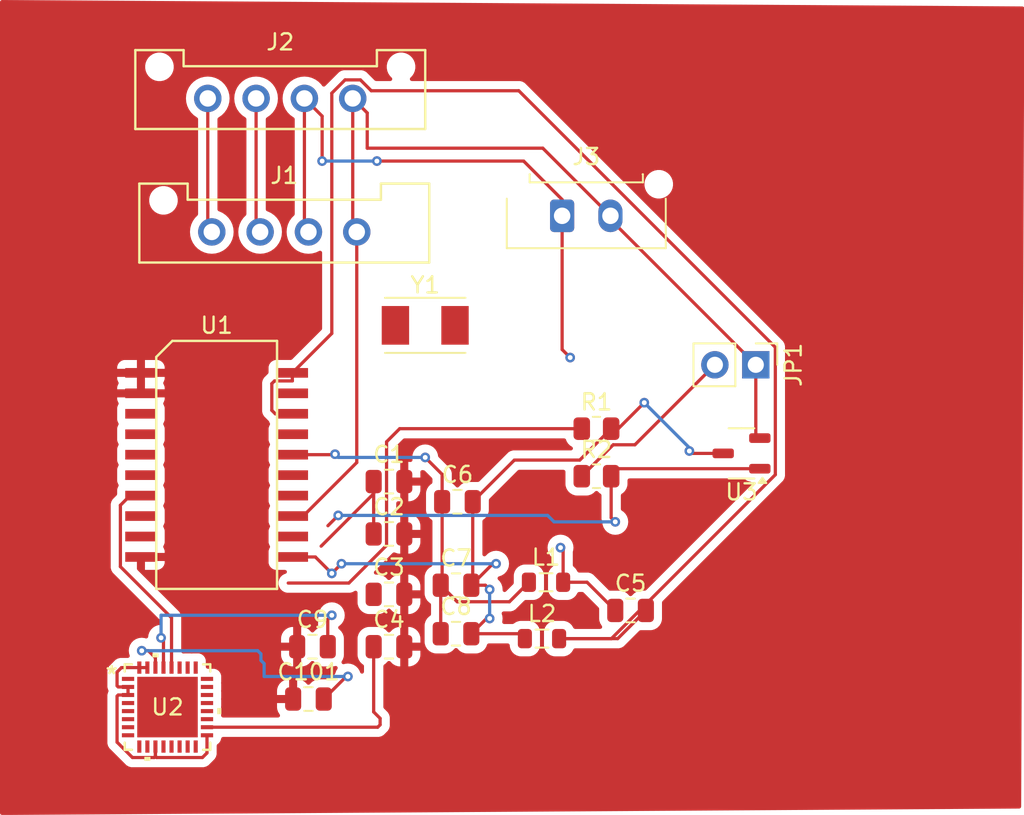
<source format=kicad_pcb>
(kicad_pcb (version 20240108) (generator "pcbnew") (generator_version "8.0")
  (layers (0 "F.Cu" signal) (31 "B.Cu" signal) (34 "B.Paste" user) (35 "F.Paste" user) (36 "B.SilkS" user "B.Silkscreen") (37 "F.SilkS" user "F.Silkscreen") (38 "B.Mask" user) (39 "F.Mask" user) (44 "Edge.Cuts" user))
  (net 0 "")
  (net 1 "GND")
  (net 2 "+5V")
  (net 3 "+3V3")
  (net 4 "Net-(U1-V_ISO_Out)")
  (net 5 "Net-(C5-Pad2)")
  (net 6 "Net-(J1-Pin_2)")
  (net 7 "Net-(J1-Pin_1)")
  (net 8 "Net-(U2-XTAL_N)")
  (net 9 "Net-(U2-XTAL_P)")
  (net 10 "/CAN_H")
  (net 11 "/CAN_L")
  (net 12 "/TERM_H")
  (net 13 "/RSlope")
  (net 14 "Net-(U1-RX)")
  (net 19 "Net-(U1-TX)")
  (net 33 "+3.3V")
  (footprint "Inductor_SMD:L_0805_2012Metric" (layer "F.Cu") (at 147.25 93.25)
    (property "Reference" "L2" (at 0 -1.55 0) (layer "F.SilkS"))
    (property "Value" "1.8k")
    (fp_line (start -0.399622 -0.56) (end 0.399622 -0.56) (stroke (width 0.12)) (layer "F.SilkS"))
    (fp_line (start -0.399622 0.56) (end 0.399622 0.56) (stroke (width 0.12)) (layer "F.SilkS"))
    (pad "1" smd roundrect (at -1.0625 0) (size 0.875 1.2) (layers "F.Cu" "F.Paste" "F.Mask") (net 6 "Net-(J1-Pin_2)"))
    (pad "2" smd roundrect (at 1.0625 0) (size 0.875 1.2) (layers "F.Cu" "F.Paste" "F.Mask") (net 5 "Net-(C5-Pad2)"))
  )
  (footprint "Capacitor_SMD:C_0805_2012Metric" (layer "F.Cu") (at 137.75 83.5)
    (property "Reference" "C1" (at 0 -1.68 0) (layer "F.SilkS"))
    (property "Value" "10uF")
    (fp_line (start -0.261252 -0.735) (end 0.261252 -0.735) (stroke (width 0.12)) (layer "F.SilkS"))
    (fp_line (start -0.261252 0.735) (end 0.261252 0.735) (stroke (width 0.12)) (layer "F.SilkS"))
    (pad "1" smd roundrect (at -0.95 0) (size 1 1.45) (layers "F.Cu" "F.Paste" "F.Mask") (net 2 "+5V"))
    (pad "2" smd roundrect (at 0.95 0) (size 1 1.45) (layers "F.Cu" "F.Paste" "F.Mask") (net 1 "GND"))
  )
  (footprint "Capacitor_SMD:C_0805_2012Metric" (layer "F.Cu") (at 137.75 86.75)
    (property "Reference" "C2" (at 0 -1.68 0) (layer "F.SilkS"))
    (property "Value" "0.1uF")
    (fp_line (start -0.261252 -0.735) (end 0.261252 -0.735) (stroke (width 0.12)) (layer "F.SilkS"))
    (fp_line (start -0.261252 0.735) (end 0.261252 0.735) (stroke (width 0.12)) (layer "F.SilkS"))
    (pad "1" smd roundrect (at -0.95 0) (size 1 1.45) (layers "F.Cu" "F.Paste" "F.Mask") (net 2 "+5V"))
    (pad "2" smd roundrect (at 0.95 0) (size 1 1.45) (layers "F.Cu" "F.Paste" "F.Mask") (net 1 "GND"))
  )
  (footprint "Resistor_SMD:R_0805_2012Metric" (layer "F.Cu") (at 150.6325 83.165)
    (property "Reference" "R2" (at 0 -1.65 0) (layer "F.SilkS"))
    (property "Value" "120")
    (fp_line (start -0.227064 -0.735) (end 0.227064 -0.735) (stroke (width 0.12)) (layer "F.SilkS"))
    (fp_line (start -0.227064 0.735) (end 0.227064 0.735) (stroke (width 0.12)) (layer "F.SilkS"))
    (pad "1" smd roundrect (at -0.9125 0) (size 1.025 1.4) (layers "F.Cu" "F.Paste" "F.Mask") (roundrect_rratio 0.243902) (net 12 "/TERM_H"))
    (pad "2" smd roundrect (at 0.9125 0) (size 1.025 1.4) (layers "F.Cu" "F.Paste" "F.Mask") (roundrect_rratio 0.243902) (net 10 "/CAN_H"))
  )
  (footprint "Capacitor_SMD:C_0805_2012Metric" (layer "F.Cu") (at 133 93.75)
    (property "Reference" "C9" (at 0 -1.68 0) (layer "F.SilkS"))
    (property "Value" "18Pf")
    (fp_line (start -0.261252 -0.735) (end 0.261252 -0.735) (stroke (width 0.12)) (layer "F.SilkS"))
    (fp_line (start -0.261252 0.735) (end 0.261252 0.735) (stroke (width 0.12)) (layer "F.SilkS"))
    (pad "1" smd roundrect (at -0.95 0) (size 1 1.45) (layers "F.Cu" "F.Paste" "F.Mask") (net 1 "GND"))
    (pad "2" smd roundrect (at 0.95 0) (size 1 1.45) (layers "F.Cu" "F.Paste" "F.Mask") (net 8 "Net-(U2-XTAL_N)"))
  )
  (footprint "Connector_PinHeader_2.54mm:PinHeader_1x02_P2.54mm_Vertical" (layer "F.Cu") (at 160.525 76.25 -90)
    (property "Reference" "JP1" (at 0 -2.33 90) (layer "F.SilkS"))
    (property "Value" "Termination Resistors")
    (fp_line (start -1.33 3.87) (end 1.33 3.87) (stroke (width 0.12)) (layer "F.SilkS"))
    (fp_line (start -1.33 1.27) (end -1.33 3.87) (stroke (width 0.12)) (layer "F.SilkS"))
    (fp_line (start -1.33 1.27) (end 1.33 1.27) (stroke (width 0.12)) (layer "F.SilkS"))
    (fp_line (start 1.33 1.27) (end 1.33 3.87) (stroke (width 0.12)) (layer "F.SilkS"))
    (fp_line (start -1.33 0) (end -1.33 -1.33) (stroke (width 0.12)) (layer "F.SilkS"))
    (fp_line (start -1.33 -1.33) (end 0 -1.33) (stroke (width 0.12)) (layer "F.SilkS"))
    (pad "1" thru_hole rect (at 0 0 270) (size 1.7 1.7) (drill 1) (layers "*.Cu" "*.Mask") (net 11 "/CAN_L"))
    (pad "2" thru_hole oval (at 0 2.54 270) (size 1.7 1.7) (drill 1) (layers "*.Cu" "*.Mask") (net 12 "/TERM_H"))
  )
  (footprint "Capacitor_SMD:C_0805_2012Metric" (layer "F.Cu") (at 141.9125 92.945)
    (property "Reference" "C8" (at 0 -1.68 0) (layer "F.SilkS"))
    (property "Value" "0.01uF")
    (fp_line (start -0.261252 -0.735) (end 0.261252 -0.735) (stroke (width 0.12)) (layer "F.SilkS"))
    (fp_line (start -0.261252 0.735) (end 0.261252 0.735) (stroke (width 0.12)) (layer "F.SilkS"))
    (pad "1" smd roundrect (at -0.95 0) (size 1 1.45) (layers "F.Cu" "F.Paste" "F.Mask") (net 7 "Net-(J1-Pin_1)"))
    (pad "2" smd roundrect (at 0.95 0) (size 1 1.45) (layers "F.Cu" "F.Paste" "F.Mask") (net 6 "Net-(J1-Pin_2)"))
  )
  (footprint "Capacitor_SMD:C_0805_2012Metric" (layer "F.Cu") (at 137.75 93.75)
    (property "Reference" "C4" (at 0 -1.68 0) (layer "F.SilkS"))
    (property "Value" "0.01uF")
    (fp_line (start -0.261252 -0.735) (end 0.261252 -0.735) (stroke (width 0.12)) (layer "F.SilkS"))
    (fp_line (start -0.261252 0.735) (end 0.261252 0.735) (stroke (width 0.12)) (layer "F.SilkS"))
    (pad "1" smd roundrect (at -0.95 0) (size 1 1.45) (layers "F.Cu" "F.Paste" "F.Mask") (net 3 "+3V3"))
    (pad "2" smd roundrect (at 0.95 0) (size 1 1.45) (layers "F.Cu" "F.Paste" "F.Mask") (net 1 "GND"))
  )
  (footprint "Capacitor_SMD:C_0805_2012Metric" (layer "F.Cu") (at 132.75 97)
    (property "Reference" "C101" (at 0 -1.68 0) (layer "F.SilkS"))
    (property "Value" "18pf")
    (fp_line (start -0.261252 -0.735) (end 0.261252 -0.735) (stroke (width 0.12)) (layer "F.SilkS"))
    (fp_line (start -0.261252 0.735) (end 0.261252 0.735) (stroke (width 0.12)) (layer "F.SilkS"))
    (pad "1" smd roundrect (at -0.95 0) (size 1 1.45) (layers "F.Cu" "F.Paste" "F.Mask") (net 1 "GND"))
    (pad "2" smd roundrect (at 0.95 0) (size 1 1.45) (layers "F.Cu" "F.Paste" "F.Mask") (net 9 "Net-(U2-XTAL_P)"))
  )
  (footprint "Capacitor_SMD:C_0805_2012Metric" (layer "F.Cu") (at 137.75 90.5)
    (property "Reference" "C3" (at 0 -1.68 0) (layer "F.SilkS"))
    (property "Value" "0.1uF")
    (fp_line (start -0.261252 -0.735) (end 0.261252 -0.735) (stroke (width 0.12)) (layer "F.SilkS"))
    (fp_line (start -0.261252 0.735) (end 0.261252 0.735) (stroke (width 0.12)) (layer "F.SilkS"))
    (pad "1" smd roundrect (at -0.95 0) (size 1 1.45) (layers "F.Cu" "F.Paste" "F.Mask") (net 3 "+3V3"))
    (pad "2" smd roundrect (at 0.95 0) (size 1 1.45) (layers "F.Cu" "F.Paste" "F.Mask") (net 1 "GND"))
  )
  (footprint "Capacitor_SMD:C_0805_2012Metric" (layer "F.Cu") (at 152.75 91.5)
    (property "Reference" "C5" (at 0 -1.68 0) (layer "F.SilkS"))
    (property "Value" "0.22uF")
    (fp_line (start -0.261252 -0.735) (end 0.261252 -0.735) (stroke (width 0.12)) (layer "F.SilkS"))
    (fp_line (start -0.261252 0.735) (end 0.261252 0.735) (stroke (width 0.12)) (layer "F.SilkS"))
    (pad "1" smd roundrect (at -0.95 0) (size 1 1.45) (layers "F.Cu" "F.Paste" "F.Mask") (net 4 "Net-(U1-V_ISO_Out)"))
    (pad "2" smd roundrect (at 0.95 0) (size 1 1.45) (layers "F.Cu" "F.Paste" "F.Mask") (net 5 "Net-(C5-Pad2)"))
  )
  (footprint "UTSVT_Connectors:Molex_MicroFit3.0_1x4xP3.00mm_PolarizingPeg_Vertical" (layer "F.Cu") (at 126.5 59.71)
    (property "Reference" "J2" (at 4.5 -3.5 0) (layer "F.SilkS"))
    (property "Value" "CAN_OUT")
    (fp_line (start -4.5 -3) (end -1.5 -3) (stroke (width 0.15)) (layer "F.SilkS"))
    (fp_line (start -4.5 1.9) (end -4.5 -3) (stroke (width 0.15)) (layer "F.SilkS"))
    (fp_line (start -1.5 -3) (end -1.5 -2) (stroke (width 0.15)) (layer "F.SilkS"))
    (fp_line (start -1.5 -2) (end 10.5 -2) (stroke (width 0.15)) (layer "F.SilkS"))
    (fp_line (start 10.5 -3) (end 13.5 -3) (stroke (width 0.15)) (layer "F.SilkS"))
    (fp_line (start 10.5 -2) (end 10.5 -3) (stroke (width 0.15)) (layer "F.SilkS"))
    (fp_line (start 13.5 -3) (end 13.5 1.9) (stroke (width 0.15)) (layer "F.SilkS"))
    (fp_line (start 13.5 1.9) (end -4.5 1.9) (stroke (width 0.15)) (layer "F.SilkS"))
    (pad "" np_thru_hole circle (at -3 -1.96) (size 1.27 1.27) (drill 1.27) (layers "*.Cu" "*.Mask"))
    (pad "" np_thru_hole circle (at 12 -1.96) (size 1.27 1.27) (drill 1.27) (layers "*.Cu" "*.Mask"))
    (pad "1" thru_hole circle (at 0 0) (size 1.7 1.7) (drill 1.02) (layers "*.Cu" "*.Mask") (net 7 "Net-(J1-Pin_1)"))
    (pad "2" thru_hole circle (at 3 0) (size 1.7 1.7) (drill 1.02) (layers "*.Cu" "*.Mask") (net 6 "Net-(J1-Pin_2)"))
    (pad "3" thru_hole circle (at 6 0) (size 1.7 1.7) (drill 1.02) (layers "*.Cu" "*.Mask") (net 10 "/CAN_H"))
    (pad "4" thru_hole circle (at 9 0) (size 1.7 1.7) (drill 1.02) (layers "*.Cu" "*.Mask") (net 11 "/CAN_L"))
  )
  (footprint "ESP32_C3:QFN32_5X5_EXP" (layer "F.Cu") (at 124 97.5)
    (property "Reference" "U2" (at 0 0 0) (layer "F.SilkS"))
    (property "Value" "ESP32-C3")
    (fp_line (start -2.6543 -2.6543) (end -2.6543 -2.209739) (stroke (width 0.1524)) (layer "F.SilkS"))
    (fp_line (start -2.6543 2.209739) (end -2.6543 2.6543) (stroke (width 0.1524)) (layer "F.SilkS"))
    (fp_line (start -2.6543 2.6543) (end -2.209739 2.6543) (stroke (width 0.1524)) (layer "F.SilkS"))
    (fp_line (start -2.209739 -2.6543) (end -2.6543 -2.6543) (stroke (width 0.1524)) (layer "F.SilkS"))
    (fp_line (start 2.209739 2.6543) (end 2.6543 2.6543) (stroke (width 0.1524)) (layer "F.SilkS"))
    (fp_line (start 2.6543 -2.6543) (end 2.209739 -2.6543) (stroke (width 0.1524)) (layer "F.SilkS"))
    (fp_line (start 2.6543 -2.209739) (end 2.6543 -2.6543) (stroke (width 0.1524)) (layer "F.SilkS"))
    (fp_line (start 2.6543 2.6543) (end 2.6543 2.209739) (stroke (width 0.1524)) (layer "F.SilkS"))
    (fp_poly (pts (xy -1.4405 3.0861) (xy -1.4405 3.3401) (xy -1.0595 3.3401) (xy -1.0595 3.0861)) (fill solid) (layer "F.SilkS"))
    (fp_poly (pts (xy -0.940501 -3.0861) (xy -0.940501 -3.3401) (xy -0.559501 -3.3401) (xy -0.559501 -3.0861)) (fill solid) (layer "F.SilkS"))
    (fp_poly (pts (xy 3.3401 0.059499) (xy 3.3401 0.4405) (xy 3.0861 0.4405) (xy 3.0861 0.059499)) (fill solid) (layer "F.SilkS"))
    (fp_text user "*" (at -3.4671 -2 0) (layer "F.SilkS"))
    (fp_text user "*" (at -3.4671 -2 0) (layer "F.SilkS"))
    (pad "1" smd rect (at -2.4511 -1.749999 90) (size 0.254 0.762) (layers "F.Cu" "F.Paste" "F.Mask"))
    (pad "2" smd rect (at -2.4511 -1.25 90) (size 0.254 0.762) (layers "F.Cu" "F.Paste" "F.Mask") (net 3 "+3V3"))
    (pad "3" smd rect (at -2.4511 -0.750001 90) (size 0.254 0.762) (layers "F.Cu" "F.Paste" "F.Mask") (net 3 "+3V3"))
    (pad "4" smd rect (at -2.4511 -0.25 90) (size 0.254 0.762) (layers "F.Cu" "F.Paste" "F.Mask"))
    (pad "5" smd rect (at -2.4511 0.25 90) (size 0.254 0.762) (layers "F.Cu" "F.Paste" "F.Mask"))
    (pad "6" smd rect (at -2.4511 0.750001 90) (size 0.254 0.762) (layers "F.Cu" "F.Paste" "F.Mask"))
    (pad "7" smd rect (at -2.4511 1.25 90) (size 0.254 0.762) (layers "F.Cu" "F.Paste" "F.Mask") (net 33 "+3.3V"))
    (pad "8" smd rect (at -2.4511 1.749999 90) (size 0.254 0.762) (layers "F.Cu" "F.Paste" "F.Mask"))
    (pad "9" smd rect (at -1.749999 2.4511) (size 0.254 0.762) (layers "F.Cu" "F.Paste" "F.Mask"))
    (pad "10" smd rect (at -1.25 2.4511) (size 0.254 0.762) (layers "F.Cu" "F.Paste" "F.Mask"))
    (pad "11" smd rect (at -0.750001 2.4511) (size 0.254 0.762) (layers "F.Cu" "F.Paste" "F.Mask") (net 3 "+3V3"))
    (pad "12" smd rect (at -0.25 2.4511) (size 0.254 0.762) (layers "F.Cu" "F.Paste" "F.Mask"))
    (pad "13" smd rect (at 0.25 2.4511) (size 0.254 0.762) (layers "F.Cu" "F.Paste" "F.Mask"))
    (pad "14" smd rect (at 0.750001 2.4511) (size 0.254 0.762) (layers "F.Cu" "F.Paste" "F.Mask"))
    (pad "15" smd rect (at 1.25 2.4511) (size 0.254 0.762) (layers "F.Cu" "F.Paste" "F.Mask"))
    (pad "16" smd rect (at 1.749999 2.4511) (size 0.254 0.762) (layers "F.Cu" "F.Paste" "F.Mask"))
    (pad "17" smd rect (at 2.4511 1.749999 90) (size 0.254 0.762) (layers "F.Cu" "F.Paste" "F.Mask") (net 3 "+3V3"))
    (pad "18" smd rect (at 2.4511 1.25 90) (size 0.254 0.762) (layers "F.Cu" "F.Paste" "F.Mask") (net 3 "+3V3"))
    (pad "19" smd rect (at 2.4511 0.750001 90) (size 0.254 0.762) (layers "F.Cu" "F.Paste" "F.Mask"))
    (pad "20" smd rect (at 2.4511 0.25 90) (size 0.254 0.762) (layers "F.Cu" "F.Paste" "F.Mask"))
    (pad "21" smd rect (at 2.4511 -0.25 90) (size 0.254 0.762) (layers "F.Cu" "F.Paste" "F.Mask"))
    (pad "22" smd rect (at 2.4511 -0.750001 90) (size 0.254 0.762) (layers "F.Cu" "F.Paste" "F.Mask"))
    (pad "23" smd rect (at 2.4511 -1.25 90) (size 0.254 0.762) (layers "F.Cu" "F.Paste" "F.Mask"))
    (pad "24" smd rect (at 2.4511 -1.749999 90) (size 0.254 0.762) (layers "F.Cu" "F.Paste" "F.Mask"))
    (pad "25" smd rect (at 1.749999 -2.4511) (size 0.254 0.762) (layers "F.Cu" "F.Paste" "F.Mask"))
    (pad "26" smd rect (at 1.25 -2.4511) (size 0.254 0.762) (layers "F.Cu" "F.Paste" "F.Mask"))
    (pad "27" smd rect (at 0.750001 -2.4511) (size 0.254 0.762) (layers "F.Cu" "F.Paste" "F.Mask") (net 14 "Net-(U1-RX)"))
    (pad "28" smd rect (at 0.25 -2.4511) (size 0.254 0.762) (layers "F.Cu" "F.Paste" "F.Mask") (net 19 "Net-(U1-TX)"))
    (pad "29" smd rect (at -0.25 -2.4511) (size 0.254 0.762) (layers "F.Cu" "F.Paste" "F.Mask") (net 8 "Net-(U2-XTAL_N)"))
    (pad "30" smd rect (at -0.750001 -2.4511) (size 0.254 0.762) (layers "F.Cu" "F.Paste" "F.Mask") (net 9 "Net-(U2-XTAL_P)"))
    (pad "31" smd rect (at -1.25 -2.4511) (size 0.254 0.762) (layers "F.Cu" "F.Paste" "F.Mask") (net 3 "+3V3"))
    (pad "32" smd rect (at -1.749999 -2.4511) (size 0.254 0.762) (layers "F.Cu" "F.Paste" "F.Mask") (net 3 "+3V3"))
    (pad "33" smd rect (at 0 0) (size 3.7592 3.7592) (layers "F.Cu" "F.Paste" "F.Mask") (net 1 "GND"))
  )
  (footprint "Crystal:Crystal_SMD_TXC_7A-2Pin_5x3.2mm" (layer "F.Cu") (at 140 73.8)
    (property "Reference" "Y1" (at 0 -2.5 0) (layer "F.SilkS"))
    (property "Value" "Crystal")
    (fp_line (start -2.5 -1.71) (end 2.5 -1.71) (stroke (width 0.12)) (layer "F.SilkS"))
    (fp_line (start -2.5 1.71) (end 2.5 1.71) (stroke (width 0.12)) (layer "F.SilkS"))
    (pad "1" smd rect (at -1.85 0) (size 1.7 2.4) (layers "F.Cu" "F.Paste" "F.Mask"))
    (pad "2" smd rect (at 1.85 0) (size 1.7 2.4) (layers "F.Cu" "F.Paste" "F.Mask"))
  )
  (footprint "Inductor_SMD:L_0805_2012Metric" (layer "F.Cu") (at 147.5 89.75)
    (property "Reference" "L1" (at 0 -1.55 0) (layer "F.SilkS"))
    (property "Value" "1.8k")
    (fp_line (start -0.399622 -0.56) (end 0.399622 -0.56) (stroke (width 0.12)) (layer "F.SilkS"))
    (fp_line (start -0.399622 0.56) (end 0.399622 0.56) (stroke (width 0.12)) (layer "F.SilkS"))
    (pad "1" smd roundrect (at -1.0625 0) (size 0.875 1.2) (layers "F.Cu" "F.Paste" "F.Mask") (net 7 "Net-(J1-Pin_1)"))
    (pad "2" smd roundrect (at 1.0625 0) (size 0.875 1.2) (layers "F.Cu" "F.Paste" "F.Mask") (net 4 "Net-(U1-V_ISO_Out)"))
  )
  (footprint "Capacitor_SMD:C_0805_2012Metric" (layer "F.Cu") (at 142 84.75)
    (property "Reference" "C6" (at 0 -1.68 0) (layer "F.SilkS"))
    (property "Value" "10uF")
    (fp_line (start -0.261252 -0.735) (end 0.261252 -0.735) (stroke (width 0.12)) (layer "F.SilkS"))
    (fp_line (start -0.261252 0.735) (end 0.261252 0.735) (stroke (width 0.12)) (layer "F.SilkS"))
    (pad "1" smd roundrect (at -0.95 0) (size 1 1.45) (layers "F.Cu" "F.Paste" "F.Mask") (net 7 "Net-(J1-Pin_1)"))
    (pad "2" smd roundrect (at 0.95 0) (size 1 1.45) (layers "F.Cu" "F.Paste" "F.Mask") (net 6 "Net-(J1-Pin_2)"))
  )
  (footprint "Resistor_SMD:R_0805_2012Metric" (layer "F.Cu") (at 150.6325 80.215)
    (property "Reference" "R1" (at 0 -1.65 0) (layer "F.SilkS"))
    (property "Value" "0")
    (fp_line (start -0.227064 -0.735) (end 0.227064 -0.735) (stroke (width 0.12)) (layer "F.SilkS"))
    (fp_line (start -0.227064 0.735) (end 0.227064 0.735) (stroke (width 0.12)) (layer "F.SilkS"))
    (pad "1" smd roundrect (at -0.9125 0) (size 1.025 1.4) (layers "F.Cu" "F.Paste" "F.Mask") (roundrect_rratio 0.243902) (net 13 "/RSlope"))
    (pad "2" smd roundrect (at 0.9125 0) (size 1.025 1.4) (layers "F.Cu" "F.Paste" "F.Mask") (roundrect_rratio 0.243902) (net 6 "Net-(J1-Pin_2)"))
  )
  (footprint "UTSVT_ICs:SOIC-20W_7.5x15.4mm_Pitch1.27mm" (layer "F.Cu") (at 127.05 82.465)
    (property "Reference" "U1" (at 0 -8.6614 0) (layer "F.SilkS"))
    (property "Value" "ADM3055E")
    (fp_line (start -3.75 -6.7) (end -2.75 -7.7) (stroke (width 0.15)) (layer "F.SilkS"))
    (fp_line (start -3.75 7.7) (end -3.75 -6.7) (stroke (width 0.15)) (layer "F.SilkS"))
    (fp_line (start -2.75 -7.7) (end 3.75 -7.7) (stroke (width 0.15)) (layer "F.SilkS"))
    (fp_line (start 3.75 -7.7) (end 3.75 7.7) (stroke (width 0.15)) (layer "F.SilkS"))
    (fp_line (start 3.75 7.7) (end -3.75 7.7) (stroke (width 0.15)) (layer "F.SilkS"))
    (pad "1" smd rect (at -4.7 -5.715) (size 1.95 0.6) (layers "F.Cu" "F.Paste" "F.Mask") (net 1 "GND"))
    (pad "2" smd rect (at -4.7 -4.445) (size 1.95 0.6) (layers "F.Cu" "F.Paste" "F.Mask") (net 1 "GND"))
    (pad "3" smd rect (at -4.7 -3.175) (size 1.95 0.6) (layers "F.Cu" "F.Paste" "F.Mask") (net 2 "+5V"))
    (pad "4" smd rect (at -4.7 -1.905) (size 1.95 0.6) (layers "F.Cu" "F.Paste" "F.Mask") (net 3 "+3V3"))
    (pad "5" smd rect (at -4.7 -0.635) (size 1.95 0.6) (layers "F.Cu" "F.Paste" "F.Mask") (net 14 "Net-(U1-RX)"))
    (pad "6" smd rect (at -4.7 0.635) (size 1.95 0.6) (layers "F.Cu" "F.Paste" "F.Mask"))
    (pad "7" smd rect (at -4.7 1.905) (size 1.95 0.6) (layers "F.Cu" "F.Paste" "F.Mask") (net 19 "Net-(U1-TX)"))
    (pad "8" smd rect (at -4.7 3.175) (size 1.95 0.6) (layers "F.Cu" "F.Paste" "F.Mask"))
    (pad "9" smd rect (at -4.7 4.445) (size 1.95 0.6) (layers "F.Cu" "F.Paste" "F.Mask"))
    (pad "10" smd rect (at -4.7 5.715) (size 1.95 0.6) (layers "F.Cu" "F.Paste" "F.Mask") (net 1 "GND"))
    (pad "11" smd rect (at 4.7 5.715) (size 1.95 0.6) (layers "F.Cu" "F.Paste" "F.Mask") (net 6 "Net-(J1-Pin_2)"))
    (pad "12" smd rect (at 4.7 4.445) (size 1.95 0.6) (layers "F.Cu" "F.Paste" "F.Mask") (net 13 "/RSlope"))
    (pad "13" smd rect (at 4.7 3.175) (size 1.95 0.6) (layers "F.Cu" "F.Paste" "F.Mask") (net 11 "/CAN_L"))
    (pad "14" smd rect (at 4.7 1.905) (size 1.95 0.6) (layers "F.Cu" "F.Paste" "F.Mask") (net 10 "/CAN_H"))
    (pad "15" smd rect (at 4.7 0.635) (size 1.95 0.6) (layers "F.Cu" "F.Paste" "F.Mask") (net 6 "Net-(J1-Pin_2)"))
    (pad "16" smd rect (at 4.7 -0.635) (size 1.95 0.6) (layers "F.Cu" "F.Paste" "F.Mask") (net 7 "Net-(J1-Pin_1)"))
    (pad "17" smd rect (at 4.7 -1.905) (size 1.95 0.6) (layers "F.Cu" "F.Paste" "F.Mask"))
    (pad "18" smd rect (at 4.7 -3.175) (size 1.95 0.6) (layers "F.Cu" "F.Paste" "F.Mask") (net 5 "Net-(C5-Pad2)"))
    (pad "19" smd rect (at 4.7 -4.445) (size 1.95 0.6) (layers "F.Cu" "F.Paste" "F.Mask") (net 4 "Net-(U1-V_ISO_Out)"))
    (pad "20" smd rect (at 4.7 -5.715) (size 1.95 0.6) (layers "F.Cu" "F.Paste" "F.Mask") (net 5 "Net-(C5-Pad2)"))
  )
  (footprint "UTSVT_Connectors:Molex_MicroFit3.0_1x4xP3.00mm_PolarizingPeg_Vertical" (layer "F.Cu") (at 126.75 68)
    (property "Reference" "J1" (at 4.5 -3.5 0) (layer "F.SilkS"))
    (property "Value" "CAN_IN")
    (fp_line (start -4.5 -3) (end -1.5 -3) (stroke (width 0.15)) (layer "F.SilkS"))
    (fp_line (start -4.5 1.9) (end -4.5 -3) (stroke (width 0.15)) (layer "F.SilkS"))
    (fp_line (start -1.5 -3) (end -1.5 -2) (stroke (width 0.15)) (layer "F.SilkS"))
    (fp_line (start -1.5 -2) (end 10.5 -2) (stroke (width 0.15)) (layer "F.SilkS"))
    (fp_line (start 10.5 -3) (end 13.5 -3) (stroke (width 0.15)) (layer "F.SilkS"))
    (fp_line (start 10.5 -2) (end 10.5 -3) (stroke (width 0.15)) (layer "F.SilkS"))
    (fp_line (start 13.5 -3) (end 13.5 1.9) (stroke (width 0.15)) (layer "F.SilkS"))
    (fp_line (start 13.5 1.9) (end -4.5 1.9) (stroke (width 0.15)) (layer "F.SilkS"))
    (pad "" np_thru_hole circle (at -3 -1.96) (size 1.27 1.27) (drill 1.27) (layers "*.Cu" "*.Mask"))
    (pad "" np_thru_hole circle (at 12 -1.96) (size 1.27 1.27) (drill 1.27) (layers "*.Cu" "*.Mask"))
    (pad "1" thru_hole circle (at 0 0) (size 1.7 1.7) (drill 1.02) (layers "*.Cu" "*.Mask") (net 7 "Net-(J1-Pin_1)"))
    (pad "2" thru_hole circle (at 3 0) (size 1.7 1.7) (drill 1.02) (layers "*.Cu" "*.Mask") (net 6 "Net-(J1-Pin_2)"))
    (pad "3" thru_hole circle (at 6 0) (size 1.7 1.7) (drill 1.02) (layers "*.Cu" "*.Mask") (net 10 "/CAN_H"))
    (pad "4" thru_hole circle (at 9 0) (size 1.7 1.7) (drill 1.02) (layers "*.Cu" "*.Mask") (net 11 "/CAN_L"))
  )
  (footprint "Package_TO_SOT_SMD:SOT-23-3" (layer "F.Cu") (at 159.6375 81.75 180)
    (property "Reference" "U3" (at 0 -2.4 0) (layer "F.SilkS"))
    (property "Value" "CDSOT23-T24CAN")
    (fp_line (start 0 1.56) (end 0.8 1.56) (stroke (width 0.12)) (layer "F.SilkS"))
    (fp_line (start 0 1.56) (end -0.8 1.56) (stroke (width 0.12)) (layer "F.SilkS"))
    (fp_line (start 0 -1.56) (end 0.8 -1.56) (stroke (width 0.12)) (layer "F.SilkS"))
    (fp_line (start 0 -1.56) (end -0.8 -1.56) (stroke (width 0.12)) (layer "F.SilkS"))
    (fp_poly (pts (xy -1.3 -1.51) (xy -1.54 -1.84) (xy -1.06 -1.84) (xy -1.3 -1.51)) (stroke (width 0.12)) (fill solid) (layer "F.SilkS"))
    (pad "1" smd roundrect (at -1.1375 -0.95 180) (size 1.325 0.6) (layers "F.Cu" "F.Paste" "F.Mask") (net 10 "/CAN_H"))
    (pad "2" smd roundrect (at -1.1375 0.95 180) (size 1.325 0.6) (layers "F.Cu" "F.Paste" "F.Mask") (net 11 "/CAN_L"))
    (pad "3" smd roundrect (at 1.1375 0 180) (size 1.325 0.6) (layers "F.Cu" "F.Paste" "F.Mask") (net 6 "Net-(J1-Pin_2)"))
  )
  (footprint "Capacitor_SMD:C_0805_2012Metric" (layer "F.Cu") (at 141.9125 89.935)
    (property "Reference" "C7" (at 0 -1.68 0) (layer "F.SilkS"))
    (property "Value" "0.1uF")
    (fp_line (start -0.261252 -0.735) (end 0.261252 -0.735) (stroke (width 0.12)) (layer "F.SilkS"))
    (fp_line (start -0.261252 0.735) (end 0.261252 0.735) (stroke (width 0.12)) (layer "F.SilkS"))
    (pad "1" smd roundrect (at -0.95 0) (size 1 1.45) (layers "F.Cu" "F.Paste" "F.Mask") (net 7 "Net-(J1-Pin_1)"))
    (pad "2" smd roundrect (at 0.95 0) (size 1 1.45) (layers "F.Cu" "F.Paste" "F.Mask") (net 6 "Net-(J1-Pin_2)"))
  )
  (footprint "Connector_Molex:Molex_Micro-Fit_3.0_43650-0215_1x02_P3.00mm_Vertical" (layer "F.Cu") (at 148.5 67)
    (property "Reference" "J3" (at 1.5 -3.67 0) (layer "F.SilkS"))
    (property "Value" "CAN_DB9")
    (fp_line (start -3.435 -1.065) (end -3.435 2.01) (stroke (width 0.12)) (layer "F.SilkS"))
    (fp_line (start -3.435 2.01) (end 6.435 2.01) (stroke (width 0.12)) (layer "F.SilkS"))
    (fp_line (start -2.015 -2.58) (end -2.015 -2.08) (stroke (width 0.12)) (layer "F.SilkS"))
    (fp_line (start -2.015 -2.08) (end 5.015 -2.08) (stroke (width 0.12)) (layer "F.SilkS"))
    (fp_line (start -1.995 -2.58) (end -2.015 -2.58) (stroke (width 0.12)) (layer "F.SilkS"))
    (fp_line (start 5.015 -2.58) (end 4.995 -2.58) (stroke (width 0.12)) (layer "F.SilkS"))
    (fp_line (start 5.015 -2.08) (end 5.015 -2.58) (stroke (width 0.12)) (layer "F.SilkS"))
    (fp_line (start 6.435 2.01) (end 6.435 -1.065) (stroke (width 0.12)) (layer "F.SilkS"))
    (pad "" np_thru_hole circle (at -3 -1.96) (size 1.27 1.27) (drill 1.27) (layers "*.Cu" "*.Mask"))
    (pad "" np_thru_hole circle (at 6 -1.96) (size 1.27 1.27) (drill 1.27) (layers "*.Cu" "*.Mask"))
    (pad "1" thru_hole roundrect (at 0 0) (size 1.5 2.02) (drill 1.02) (layers "*.Cu" "*.Mask") (roundrect_rratio 0.166667) (net 10 "/CAN_H"))
    (pad "2" thru_hole oval (at 3 0) (size 1.5 2.02) (drill 1.02) (layers "*.Cu" "*.Mask") (net 11 "/CAN_L"))
  )
  (segment (start 136.8 84.248529) (end 136.8 83.5) (width 0.2) (layer "F.Cu") (net 2))
  (segment (start 136.8 83.5) (end 136.8 86.75) (width 0.2) (layer "F.Cu") (net 2))
  (segment (start 133.538529 87.51) (end 136.8 84.248529) (width 0.2) (layer "F.Cu") (net 2))
  (segment (start 137.05 98.75) (end 137.2 98.6) (width 0.2) (layer "F.Cu") (net 3))
  (segment (start 121.675 80.56) (end 122.35 80.56) (width 0.2) (layer "F.Cu") (net 3))
  (segment (start 120.940901 96.749999) (end 120.8679 96.823) (width 0.2) (layer "F.Cu") (net 3))
  (segment (start 120.8679 99.676999) (end 121.823001 100.6321) (width 0.2) (layer "F.Cu") (net 3))
  (segment (start 120.8679 95.323001) (end 121.142001 95.0489) (width 0.2) (layer "F.Cu") (net 3))
  (segment (start 123.177 100.6321) (end 123.249999 100.559101) (width 0.2) (layer "F.Cu") (net 3))
  (segment (start 121.5489 96.749999) (end 120.940901 96.749999) (width 0.2) (layer "F.Cu") (net 3))
  (segment (start 123.249999 99.9511) (end 123.249999 100.559099) (width 0.2) (layer "F.Cu") (net 3))
  (segment (start 123.249999 100.559099) (end 123.323 100.6321) (width 0.2) (layer "F.Cu") (net 3))
  (segment (start 123.249999 100.559101) (end 123.249999 99.9511) (width 0.2) (layer "F.Cu") (net 3))
  (segment (start 120.940899 96.25) (end 120.8679 96.177001) (width 0.2) (layer "F.Cu") (net 3))
  (segment (start 121.5489 96.749999) (end 121.5489 96.25) (width 0.2) (layer "F.Cu") (net 3))
  (segment (start 121.142001 95.0489) (end 122.250001 95.0489) (width 0.2) (layer "F.Cu") (net 3))
  (segment (start 120.8679 96.823) (end 120.8679 99.676999) (width 0.2) (layer "F.Cu") (net 3))
  (segment (start 126.4511 98.75) (end 137.05 98.75) (width 0.2) (layer "F.Cu") (net 3))
  (segment (start 121.823001 100.6321) (end 123.177 100.6321) (width 0.2) (layer "F.Cu") (net 3))
  (segment (start 121.5489 96.25) (end 120.940899 96.25) (width 0.2) (layer "F.Cu") (net 3))
  (segment (start 137.2 98.6) (end 137.2 98.2) (width 0.2) (layer "F.Cu") (net 3))
  (segment (start 137.2 98.2) (end 136.8 97.8) (width 0.2) (layer "F.Cu") (net 3))
  (segment (start 122.250001 95.0489) (end 122.75 95.0489) (width 0.2) (layer "F.Cu") (net 3))
  (segment (start 126.4511 100.3489) (end 126.4511 99.249999) (width 0.2) (layer "F.Cu") (net 3))
  (segment (start 126.1679 100.6321) (end 126.4511 100.3489) (width 0.2) (layer "F.Cu") (net 3))
  (segment (start 136.8 97.8) (end 136.8 93.75) (width 0.2) (layer "F.Cu") (net 3))
  (segment (start 123.323 100.6321) (end 126.1679 100.6321) (width 0.2) (layer "F.Cu") (net 3))
  (segment (start 120.8679 96.177001) (end 120.8679 95.323001) (width 0.2) (layer "F.Cu") (net 3))
  (segment (start 151.8 91.5) (end 150.05 89.75) (width 0.2) (layer "F.Cu") (net 4))
  (segment (start 148.4 87.6) (end 148.5625 87.7625) (width 0.2) (layer "F.Cu") (net 4))
  (segment (start 150.05 89.75) (end 148.5625 89.75) (width 0.2) (layer "F.Cu") (net 4))
  (segment (start 148.5625 87.7625) (end 148.5625 89.75) (width 0.2) (layer "F.Cu") (net 4))
  (via (at 148.4 87.6) (size 0.6) (drill 0.3) (layers "F.Cu" "B.Cu") (net 4))
  (segment (start 130.475 77.42) (end 130.475 79.075) (width 0.2) (layer "F.Cu") (net 5))
  (segment (start 151.95 93.25) (end 153.7 91.5) (width 0.2) (layer "F.Cu") (net 5))
  (segment (start 130.475 79.075) (end 130.69 79.29) (width 0.2) (layer "F.Cu") (net 5))
  (segment (start 130.645 77.25) (end 130.475 77.42) (width 0.2) (layer "F.Cu") (net 5))
  (segment (start 135.023654 58.56) (end 134.2 59.383654) (width 0.2) (layer "F.Cu") (net 5))
  (segment (start 161.7375 83.072244) (end 161.7375 75.1625) (width 0.2) (layer "F.Cu") (net 5))
  (segment (start 131.75 77.25) (end 130.645 77.25) (width 0.2) (layer "F.Cu") (net 5))
  (segment (start 134.2 59.383654) (end 134.2 74.3) (width 0.2) (layer "F.Cu") (net 5))
  (segment (start 131.75 76.75) (end 131.75 77.25) (width 0.2) (layer "F.Cu") (net 5))
  (segment (start 148.3125 93.25) (end 151.559744 93.25) (width 0.2) (layer "F.Cu") (net 5))
  (segment (start 148.3125 93.25) (end 151.95 93.25) (width 0.2) (layer "F.Cu") (net 5))
  (segment (start 145.808654 59.233654) (end 136.65 59.233654) (width 0.2) (layer "F.Cu") (net 5))
  (segment (start 136.65 59.233654) (end 135.976346 58.56) (width 0.2) (layer "F.Cu") (net 5))
  (segment (start 135.976346 58.56) (end 135.023654 58.56) (width 0.2) (layer "F.Cu") (net 5))
  (segment (start 130.69 79.29) (end 131.75 79.29) (width 0.2) (layer "F.Cu") (net 5))
  (segment (start 151.559744 93.25) (end 161.7375 83.072244) (width 0.2) (layer "F.Cu") (net 5))
  (segment (start 134.2 74.3) (end 131.75 76.75) (width 0.2) (layer "F.Cu") (net 5))
  (segment (start 161.7375 75.1625) (end 145.808654 59.233654) (width 0.2) (layer "F.Cu") (net 5))
  (segment (start 149.595 82.165) (end 145.535 82.165) (width 0.2) (layer "F.Cu") (net 6))
  (segment (start 151.545 80.215) (end 151.985 80.215) (width 0.2) (layer "F.Cu") (net 6))
  (segment (start 133.18 88.18) (end 134.2 89.2) (width 0.2) (layer "F.Cu") (net 6))
  (segment (start 151.545 80.215) (end 149.595 82.165) (width 0.2) (layer "F.Cu") (net 6))
  (segment (start 156.4 81.6) (end 156.55 81.75) (width 0.2) (layer "F.Cu") (net 6))
  (segment (start 151.985 80.215) (end 153.6 78.6) (width 0.2) (layer "F.Cu") (net 6))
  (segment (start 144.1975 88.6) (end 142.8625 89.935) (width 0.2) (layer "F.Cu") (net 6))
  (segment (start 145.8825 92.945) (end 146.1875 93.25) (width 0.2) (layer "F.Cu") (net 6))
  (segment (start 144 92) (end 143.8075 92) (width 0.2) (layer "F.Cu") (net 6))
  (segment (start 143.8075 92) (end 142.8625 92.945) (width 0.2) (layer "F.Cu") (net 6))
  (segment (start 142.8625 92.945) (end 145.8825 92.945) (width 0.2) (layer "F.Cu") (net 6))
  (segment (start 131.75 88.18) (end 133.18 88.18) (width 0.2) (layer "F.Cu") (net 6))
  (segment (start 156.55 81.75) (end 158.5 81.75) (width 0.2) (layer "F.Cu") (net 6))
  (segment (start 142.95 89.8475) (end 142.8625 89.935) (width 0.2) (layer "F.Cu") (net 6))
  (segment (start 134.2 89.2) (end 134.8 88.6) (width 0.2) (layer "F.Cu") (net 6))
  (segment (start 144.4 88.6) (end 144.1975 88.6) (width 0.2) (layer "F.Cu") (net 6))
  (segment (start 142.95 84.75) (end 142.95 89.8475) (width 0.2) (layer "F.Cu") (net 6))
  (segment (start 142.8625 89.935) (end 143.735 89.935) (width 0.2) (layer "F.Cu") (net 6))
  (segment (start 129.5 59.71) (end 129.5 68.1) (width 0.2) (layer "F.Cu") (net 6))
  (segment (start 143.735 89.935) (end 144 90.2) (width 0.2) (layer "F.Cu") (net 6))
  (segment (start 145.535 82.165) (end 142.95 84.75) (width 0.2) (layer "F.Cu") (net 6))
  (segment (start 132.355 83.1) (end 131.75 83.1) (width 0.2) (layer "F.Cu") (net 6))
  (via (at 144.4 88.6) (size 0.6) (drill 0.3) (layers "F.Cu" "B.Cu") (net 6))
  (via (at 144 92) (size 0.6) (drill 0.3) (layers "F.Cu" "B.Cu") (net 6))
  (via (at 153.6 78.6) (size 0.6) (drill 0.3) (layers "F.Cu" "B.Cu") (net 6))
  (via (at 156.4 81.6) (size 0.6) (drill 0.3) (layers "F.Cu" "B.Cu") (net 6))
  (via (at 134.8 88.6) (size 0.6) (drill 0.3) (layers "F.Cu" "B.Cu") (net 6))
  (via (at 144 90.2) (size 0.6) (drill 0.3) (layers "F.Cu" "B.Cu") (net 6))
  (via (at 134.2 89.2) (size 0.6) (drill 0.3) (layers "F.Cu" "B.Cu") (net 6))
  (segment (start 153.6 78.6) (end 156.4 81.4) (width 0.2) (layer "B.Cu") (net 6))
  (segment (start 156.4 81.4) (end 156.4 81.6) (width 0.2) (layer "B.Cu") (net 6))
  (segment (start 134.8 88.6) (end 144.4 88.6) (width 0.2) (layer "B.Cu") (net 6))
  (segment (start 144 90.2) (end 144 92) (width 0.2) (layer "B.Cu") (net 6))
  (segment (start 134.2 89.2) (end 134 89) (width 0.2) (layer "B.Cu") (net 6))
  (segment (start 140.9625 89.935) (end 141.9875 90.96) (width 0.2) (layer "F.Cu") (net 7))
  (segment (start 141.05 89.8475) (end 140.9625 89.935) (width 0.2) (layer "F.Cu") (net 7))
  (segment (start 141.05 83.05) (end 140 82) (width 0.2) (layer "F.Cu") (net 7))
  (segment (start 126.5 59.71) (end 126.5 67.75) (width 0.2) (layer "F.Cu") (net 7))
  (segment (start 131.145 81.83) (end 131.75 81.83) (width 0.2) (layer "F.Cu") (net 7))
  (segment (start 141.9875 90.96) (end 145.2275 90.96) (width 0.2) (layer "F.Cu") (net 7))
  (segment (start 134.37 81.83) (end 131.75 81.83) (width 0.2) (layer "F.Cu") (net 7))
  (segment (start 126.5 67.75) (end 126.75 68) (width 0.2) (layer "F.Cu") (net 7))
  (segment (start 134.4 81.8) (end 134.37 81.83) (width 0.2) (layer "F.Cu") (net 7))
  (segment (start 141.05 84.75) (end 141.05 83.05) (width 0.2) (layer "F.Cu") (net 7))
  (segment (start 145.2275 90.96) (end 146.4375 89.75) (width 0.2) (layer "F.Cu") (net 7))
  (segment (start 141.05 84.75) (end 141.05 89.8475) (width 0.2) (layer "F.Cu") (net 7))
  (segment (start 140.9625 89.935) (end 140.9625 92.945) (width 0.2) (layer "F.Cu") (net 7))
  (via (at 134.4 81.8) (size 0.6) (drill 0.3) (layers "F.Cu" "B.Cu") (net 7))
  (via (at 140 82) (size 0.6) (drill 0.3) (layers "F.Cu" "B.Cu") (net 7))
  (segment (start 134.6 82) (end 134.4 81.8) (width 0.2) (layer "B.Cu") (net 7))
  (segment (start 140 82) (end 134.6 82) (width 0.2) (layer "B.Cu") (net 7))
  (segment (start 133.95 92.05) (end 133.95 93.75) (width 0.2) (layer "F.Cu") (net 8))
  (segment (start 123.75 95.0489) (end 123.75 93.35) (width 0.2) (layer "F.Cu") (net 8))
  (segment (start 134.2 91.8) (end 133.95 92.05) (width 0.2) (layer "F.Cu") (net 8))
  (segment (start 123.75 93.35) (end 123.6 93.2) (width 0.2) (layer "F.Cu") (net 8))
  (via (at 134.2 91.8) (size 0.6) (drill 0.3) (layers "F.Cu" "B.Cu") (net 8))
  (via (at 123.6 93.2) (size 0.6) (drill 0.3) (layers "F.Cu" "B.Cu") (net 8))
  (segment (start 123.6 91.8) (end 134.2 91.8) (width 0.2) (layer "B.Cu") (net 8))
  (segment (start 123.6 93.2) (end 123.6 91.8) (width 0.2) (layer "B.Cu") (net 8))
  (segment (start 123.249999 95.0489) (end 123.249999 94.440899) (width 0.2) (layer "F.Cu") (net 9))
  (segment (start 122.8091 94) (end 122.4 94) (width 0.2) (layer "F.Cu") (net 9))
  (segment (start 135.1 95.6) (end 133.7 97) (width 0.2) (layer "F.Cu") (net 9))
  (segment (start 123.249999 94.440899) (end 122.8091 94) (width 0.2) (layer "F.Cu") (net 9))
  (segment (start 135.2 95.6) (end 135.1 95.6) (width 0.2) (layer "F.Cu") (net 9))
  (via (at 122.4 94) (size 0.6) (drill 0.3) (layers "F.Cu" "B.Cu") (net 9))
  (via (at 135.2 95.6) (size 0.6) (drill 0.3) (layers "F.Cu" "B.Cu") (net 9))
  (segment (start 130 95.6) (end 135.2 95.6) (width 0.2) (layer "B.Cu") (net 9))
  (segment (start 130 94.8) (end 130 95.6) (width 0.2) (layer "B.Cu") (net 9))
  (segment (start 129.6 94) (end 129.8 94.2) (width 0.2) (layer "B.Cu") (net 9))
  (segment (start 122.4 94) (end 129.6 94) (width 0.2) (layer "B.Cu") (net 9))
  (segment (start 129.8 94.2) (end 129.8 94.6) (width 0.2) (layer "B.Cu") (net 9))
  (segment (start 129.8 94.6) (end 130 94.8) (width 0.2) (layer "B.Cu") (net 9))
  (segment (start 151.545 85.745) (end 151.545 83.165) (width 0.2) (layer "F.Cu") (net 10))
  (segment (start 134.6 85.6) (end 133.96 86.24) (width 0.2) (layer "F.Cu") (net 10))
  (segment (start 160.775 82.7) (end 152.01 82.7) (width 0.2) (layer "F.Cu") (net 10))
  (segment (start 133.6 60.81) (end 132.5 59.71) (width 0.2) (layer "F.Cu") (net 10))
  (segment (start 132.5 59.71) (end 132.5 67.75) (width 0.2) (layer "F.Cu") (net 10))
  (segment (start 146.109999 63.6) (end 137 63.6) (width 0.2) (layer "F.Cu") (net 10))
  (segment (start 148.5 65.990001) (end 146.109999 63.6) (width 0.2) (layer "F.Cu") (net 10))
  (segment (start 131.145 84.37) (end 131.75 84.37) (width 0.2) (layer "F.Cu") (net 10))
  (segment (start 152.01 82.7) (end 151.545 83.165) (width 0.2) (layer "F.Cu") (net 10))
  (segment (start 148.5 67) (end 148.5 75.3) (width 0.2) (layer "F.Cu") (net 10))
  (segment (start 133.6 63.6) (end 133.6 60.81) (width 0.2) (layer "F.Cu") (net 10))
  (segment (start 132.5 67.75) (end 132.75 68) (width 0.2) (layer "F.Cu") (net 10))
  (segment (start 148.5 67) (end 148.5 65.990001) (width 0.2) (layer "F.Cu") (net 10))
  (segment (start 151.8 86) (end 151.545 85.745) (width 0.2) (layer "F.Cu") (net 10))
  (segment (start 148.5 75.3) (end 149 75.8) (width 0.2) (layer "F.Cu") (net 10))
  (via (at 137 63.6) (size 0.6) (drill 0.3) (layers "F.Cu" "B.Cu") (net 10))
  (via (at 133.6 63.6) (size 0.6) (drill 0.3) (layers "F.Cu" "B.Cu") (net 10))
  (via (at 151.8 86) (size 0.6) (drill 0.3) (layers "F.Cu" "B.Cu") (net 10))
  (via (at 149 75.8) (size 0.6) (drill 0.3) (layers "F.Cu" "B.Cu") (net 10))
  (via (at 134.6 85.6) (size 0.6) (drill 0.3) (layers "F.Cu" "B.Cu") (net 10))
  (segment (start 147.6 85.6) (end 134.6 85.6) (width 0.2) (layer "B.Cu") (net 10))
  (segment (start 137 63.6) (end 133.6 63.6) (width 0.2) (layer "B.Cu") (net 10))
  (segment (start 148 86) (end 151.8 86) (width 0.2) (layer "B.Cu") (net 10))
  (segment (start 148 86) (end 147.6 85.6) (width 0.2) (layer "B.Cu") (net 10))
  (segment (start 147.3 62.8) (end 136.4 62.8) (width 0.2) (layer "F.Cu") (net 11))
  (segment (start 151.5 67) (end 147.3 62.8) (width 0.2) (layer "F.Cu") (net 11))
  (segment (start 151.5 67) (end 151.5 67.225) (width 0.2) (layer "F.Cu") (net 11))
  (segment (start 151.5 67.225) (end 160.525 76.25) (width 0.2) (layer "F.Cu") (net 11))
  (segment (start 135.5 67.75) (end 135.75 68) (width 0.2) (layer "F.Cu") (net 11))
  (segment (start 135.75 82.315) (end 132.425 85.64) (width 0.2) (layer "F.Cu") (net 11))
  (segment (start 160.525 80.55) (end 160.775 80.8) (width 0.2) (layer "F.Cu") (net 11))
  (segment (start 136.4 62.8) (end 136.4 60.61) (width 0.2) (layer "F.Cu") (net 11))
  (segment (start 136.4 60.61) (end 135.5 59.71) (width 0.2) (layer "F.Cu") (net 11))
  (segment (start 160.525 76.25) (end 160.525 80.55) (width 0.2) (layer "F.Cu") (net 11))
  (segment (start 135.5 59.71) (end 135.5 67.75) (width 0.2) (layer "F.Cu") (net 11))
  (segment (start 135.75 68) (end 135.75 82.315) (width 0.2) (layer "F.Cu") (net 11))
  (segment (start 132.425 85.64) (end 131.75 85.64) (width 0.2) (layer "F.Cu") (net 11))
  (segment (start 151.67 81.215) (end 153.02 81.215) (width 0.2) (layer "F.Cu") (net 12))
  (segment (start 149.72 83.165) (end 151.67 81.215) (width 0.2) (layer "F.Cu") (net 12))
  (segment (start 153.02 81.215) (end 157.985 76.25) (width 0.2) (layer "F.Cu") (net 12))
  (segment (start 138.415686 80.215) (end 137.6 81.030686) (width 0.2) (layer "F.Cu") (net 13))
  (segment (start 137.6 81.030686) (end 137.6 87.459744) (width 0.2) (layer "F.Cu") (net 13))
  (segment (start 149.72 80.215) (end 138.415686 80.215) (width 0.2) (layer "F.Cu") (net 13))
  (segment (start 135.259744 89.8) (end 131.495 89.8) (width 0.2) (layer "F.Cu") (net 13))
  (segment (start 137.6 87.459744) (end 135.259744 89.8) (width 0.2) (layer "F.Cu") (net 13))
  (segment (start 121.075 84.97) (end 121.675 84.37) (width 0.2) (layer "F.Cu") (net 19))
  (segment (start 121.675 84.37) (end 122.35 84.37) (width 0.2) (layer "F.Cu") (net 19))
  (segment (start 124.25 91.955) (end 121.075 88.78) (width 0.2) (layer "F.Cu") (net 19))
  (segment (start 121.075 88.78) (end 121.075 84.97) (width 0.2) (layer "F.Cu") (net 19))
  (segment (start 124.25 95.0489) (end 124.25 91.955) (width 0.2) (layer "F.Cu") (net 19))
  (zone (net 1) (net_name "GND") (layers "F&B.Cu") (connect_pads (clearance 0.5)) (min_thickness 0.25) (fill yes (thermal_gap 0.5) (thermal_bridge_width 0.5))
    (polygon (pts (xy 113.6 53.6) (xy 113.6 104.2) (xy 177 103.8) (xy 177.2 54)))
  )
)
</source>
